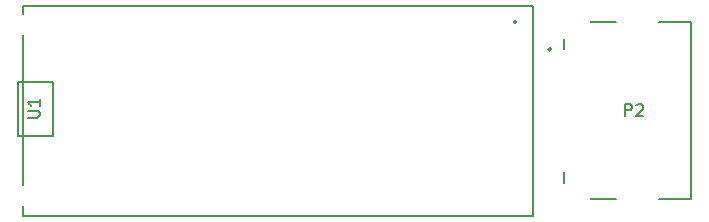
<source format=gbr>
G04 #@! TF.GenerationSoftware,KiCad,Pcbnew,(5.1.10-1-10_14)*
G04 #@! TF.CreationDate,2021-11-29T00:28:59-05:00*
G04 #@! TF.ProjectId,SNAC Sniffer LONG,534e4143-2053-46e6-9966-666572204c4f,1*
G04 #@! TF.SameCoordinates,Original*
G04 #@! TF.FileFunction,Legend,Top*
G04 #@! TF.FilePolarity,Positive*
%FSLAX46Y46*%
G04 Gerber Fmt 4.6, Leading zero omitted, Abs format (unit mm)*
G04 Created by KiCad (PCBNEW (5.1.10-1-10_14)) date 2021-11-29 00:28:59*
%MOMM*%
%LPD*%
G01*
G04 APERTURE LIST*
%ADD10C,0.127000*%
%ADD11C,0.200000*%
%ADD12C,0.150000*%
%ADD13C,1.601600*%
%ADD14C,1.609600*%
G04 APERTURE END LIST*
D10*
X110950000Y-111470000D02*
X110950000Y-106820000D01*
X113910000Y-111470000D02*
X110950000Y-111470000D01*
X113910000Y-106820000D02*
X113910000Y-111470000D01*
X110950000Y-106820000D02*
X113910000Y-106820000D01*
D11*
X156148112Y-104100000D02*
G75*
G03*
X156148112Y-104100000I-158112J0D01*
G01*
D10*
X157190000Y-104100000D02*
X157190000Y-103200000D01*
X157190000Y-115400000D02*
X157190000Y-114500000D01*
X161640000Y-101800000D02*
X159440000Y-101800000D01*
X159440000Y-116800000D02*
X161640000Y-116800000D01*
X168000000Y-116800000D02*
X165240000Y-116800000D01*
X168000000Y-101800000D02*
X165240000Y-101800000D01*
X168000000Y-116800000D02*
X168000000Y-101800000D01*
X154550000Y-100420000D02*
X154550000Y-118200000D01*
X154550000Y-118200000D02*
X111370000Y-118200000D01*
X111370000Y-118200000D02*
X111370000Y-100420000D01*
X111370000Y-100420000D02*
X154550000Y-100420000D01*
D11*
X153160000Y-101770000D02*
G75*
G03*
X153160000Y-101770000I-100000J0D01*
G01*
D12*
X162381753Y-109742473D02*
X162381753Y-108742268D01*
X162762783Y-108742268D01*
X162858041Y-108789897D01*
X162905670Y-108837526D01*
X162953299Y-108932783D01*
X162953299Y-109075670D01*
X162905670Y-109170927D01*
X162858041Y-109218556D01*
X162762783Y-109266185D01*
X162381753Y-109266185D01*
X163334329Y-108837526D02*
X163381958Y-108789897D01*
X163477216Y-108742268D01*
X163715360Y-108742268D01*
X163810617Y-108789897D01*
X163858246Y-108837526D01*
X163905875Y-108932783D01*
X163905875Y-109028041D01*
X163858246Y-109170927D01*
X163286700Y-109742473D01*
X163905875Y-109742473D01*
X111802380Y-109871904D02*
X112611904Y-109871904D01*
X112707142Y-109824285D01*
X112754761Y-109776666D01*
X112802380Y-109681428D01*
X112802380Y-109490952D01*
X112754761Y-109395714D01*
X112707142Y-109348095D01*
X112611904Y-109300476D01*
X111802380Y-109300476D01*
X112802380Y-108300476D02*
X112802380Y-108871904D01*
X112802380Y-108586190D02*
X111802380Y-108586190D01*
X111945238Y-108681428D01*
X112040476Y-108776666D01*
X112088095Y-108871904D01*
%LPC*%
D13*
X122800000Y-112010000D03*
X122800000Y-114550000D03*
X125340000Y-112010000D03*
X125340000Y-114550000D03*
X127880000Y-112010000D03*
X127880000Y-114550000D03*
X130420000Y-112010000D03*
X130420000Y-114550000D03*
X132960000Y-112010000D03*
X132960000Y-114550000D03*
G36*
G01*
X105145400Y-102890800D02*
X102894600Y-102890800D01*
G75*
G02*
X102469200Y-102465400I0J425400D01*
G01*
X102469200Y-101614600D01*
G75*
G02*
X102894600Y-101189200I425400J0D01*
G01*
X105145400Y-101189200D01*
G75*
G02*
X105570800Y-101614600I0J-425400D01*
G01*
X105570800Y-102465400D01*
G75*
G02*
X105145400Y-102890800I-425400J0D01*
G01*
G37*
G36*
G01*
X105145400Y-117390800D02*
X102894600Y-117390800D01*
G75*
G02*
X102469200Y-116965400I0J425400D01*
G01*
X102469200Y-116114600D01*
G75*
G02*
X102894600Y-115689200I425400J0D01*
G01*
X105145400Y-115689200D01*
G75*
G02*
X105570800Y-116114600I0J-425400D01*
G01*
X105570800Y-116965400D01*
G75*
G02*
X105145400Y-117390800I-425400J0D01*
G01*
G37*
G36*
G01*
X111505400Y-117390800D02*
X108454600Y-117390800D01*
G75*
G02*
X108029200Y-116965400I0J425400D01*
G01*
X108029200Y-116114600D01*
G75*
G02*
X108454600Y-115689200I425400J0D01*
G01*
X111505400Y-115689200D01*
G75*
G02*
X111930800Y-116114600I0J-425400D01*
G01*
X111930800Y-116965400D01*
G75*
G02*
X111505400Y-117390800I-425400J0D01*
G01*
G37*
G36*
G01*
X111505400Y-102890800D02*
X108454600Y-102890800D01*
G75*
G02*
X108029200Y-102465400I0J425400D01*
G01*
X108029200Y-101614600D01*
G75*
G02*
X108454600Y-101189200I425400J0D01*
G01*
X111505400Y-101189200D01*
G75*
G02*
X111930800Y-101614600I0J-425400D01*
G01*
X111930800Y-102465400D01*
G75*
G02*
X111505400Y-102890800I-425400J0D01*
G01*
G37*
G36*
G01*
X164535400Y-102900800D02*
X162284600Y-102900800D01*
G75*
G02*
X161859200Y-102475400I0J425400D01*
G01*
X161859200Y-101624600D01*
G75*
G02*
X162284600Y-101199200I425400J0D01*
G01*
X164535400Y-101199200D01*
G75*
G02*
X164960800Y-101624600I0J-425400D01*
G01*
X164960800Y-102475400D01*
G75*
G02*
X164535400Y-102900800I-425400J0D01*
G01*
G37*
G36*
G01*
X164535400Y-117400800D02*
X162284600Y-117400800D01*
G75*
G02*
X161859200Y-116975400I0J425400D01*
G01*
X161859200Y-116124600D01*
G75*
G02*
X162284600Y-115699200I425400J0D01*
G01*
X164535400Y-115699200D01*
G75*
G02*
X164960800Y-116124600I0J-425400D01*
G01*
X164960800Y-116975400D01*
G75*
G02*
X164535400Y-117400800I-425400J0D01*
G01*
G37*
G36*
G01*
X158975400Y-117400800D02*
X155924600Y-117400800D01*
G75*
G02*
X155499200Y-116975400I0J425400D01*
G01*
X155499200Y-116124600D01*
G75*
G02*
X155924600Y-115699200I425400J0D01*
G01*
X158975400Y-115699200D01*
G75*
G02*
X159400800Y-116124600I0J-425400D01*
G01*
X159400800Y-116975400D01*
G75*
G02*
X158975400Y-117400800I-425400J0D01*
G01*
G37*
G36*
G01*
X158975400Y-102900800D02*
X155924600Y-102900800D01*
G75*
G02*
X155499200Y-102475400I0J425400D01*
G01*
X155499200Y-101624600D01*
G75*
G02*
X155924600Y-101199200I425400J0D01*
G01*
X158975400Y-101199200D01*
G75*
G02*
X159400800Y-101624600I0J-425400D01*
G01*
X159400800Y-102475400D01*
G75*
G02*
X158975400Y-102900800I-425400J0D01*
G01*
G37*
G36*
G01*
X157990000Y-114000800D02*
X155390000Y-114000800D01*
G75*
G02*
X155339200Y-113950000I0J50800D01*
G01*
X155339200Y-113650000D01*
G75*
G02*
X155390000Y-113599200I50800J0D01*
G01*
X157990000Y-113599200D01*
G75*
G02*
X158040800Y-113650000I0J-50800D01*
G01*
X158040800Y-113950000D01*
G75*
G02*
X157990000Y-114000800I-50800J0D01*
G01*
G37*
G36*
G01*
X157990000Y-113500800D02*
X155390000Y-113500800D01*
G75*
G02*
X155339200Y-113450000I0J50800D01*
G01*
X155339200Y-113150000D01*
G75*
G02*
X155390000Y-113099200I50800J0D01*
G01*
X157990000Y-113099200D01*
G75*
G02*
X158040800Y-113150000I0J-50800D01*
G01*
X158040800Y-113450000D01*
G75*
G02*
X157990000Y-113500800I-50800J0D01*
G01*
G37*
G36*
G01*
X157990000Y-113000800D02*
X155390000Y-113000800D01*
G75*
G02*
X155339200Y-112950000I0J50800D01*
G01*
X155339200Y-112650000D01*
G75*
G02*
X155390000Y-112599200I50800J0D01*
G01*
X157990000Y-112599200D01*
G75*
G02*
X158040800Y-112650000I0J-50800D01*
G01*
X158040800Y-112950000D01*
G75*
G02*
X157990000Y-113000800I-50800J0D01*
G01*
G37*
G36*
G01*
X157990000Y-112500800D02*
X155390000Y-112500800D01*
G75*
G02*
X155339200Y-112450000I0J50800D01*
G01*
X155339200Y-112150000D01*
G75*
G02*
X155390000Y-112099200I50800J0D01*
G01*
X157990000Y-112099200D01*
G75*
G02*
X158040800Y-112150000I0J-50800D01*
G01*
X158040800Y-112450000D01*
G75*
G02*
X157990000Y-112500800I-50800J0D01*
G01*
G37*
G36*
G01*
X157990000Y-112000800D02*
X155390000Y-112000800D01*
G75*
G02*
X155339200Y-111950000I0J50800D01*
G01*
X155339200Y-111650000D01*
G75*
G02*
X155390000Y-111599200I50800J0D01*
G01*
X157990000Y-111599200D01*
G75*
G02*
X158040800Y-111650000I0J-50800D01*
G01*
X158040800Y-111950000D01*
G75*
G02*
X157990000Y-112000800I-50800J0D01*
G01*
G37*
G36*
G01*
X157990000Y-111500800D02*
X155390000Y-111500800D01*
G75*
G02*
X155339200Y-111450000I0J50800D01*
G01*
X155339200Y-111150000D01*
G75*
G02*
X155390000Y-111099200I50800J0D01*
G01*
X157990000Y-111099200D01*
G75*
G02*
X158040800Y-111150000I0J-50800D01*
G01*
X158040800Y-111450000D01*
G75*
G02*
X157990000Y-111500800I-50800J0D01*
G01*
G37*
G36*
G01*
X157990000Y-111000800D02*
X155390000Y-111000800D01*
G75*
G02*
X155339200Y-110950000I0J50800D01*
G01*
X155339200Y-110650000D01*
G75*
G02*
X155390000Y-110599200I50800J0D01*
G01*
X157990000Y-110599200D01*
G75*
G02*
X158040800Y-110650000I0J-50800D01*
G01*
X158040800Y-110950000D01*
G75*
G02*
X157990000Y-111000800I-50800J0D01*
G01*
G37*
G36*
G01*
X157990000Y-110500800D02*
X155390000Y-110500800D01*
G75*
G02*
X155339200Y-110450000I0J50800D01*
G01*
X155339200Y-110150000D01*
G75*
G02*
X155390000Y-110099200I50800J0D01*
G01*
X157990000Y-110099200D01*
G75*
G02*
X158040800Y-110150000I0J-50800D01*
G01*
X158040800Y-110450000D01*
G75*
G02*
X157990000Y-110500800I-50800J0D01*
G01*
G37*
G36*
G01*
X157990000Y-110000800D02*
X155390000Y-110000800D01*
G75*
G02*
X155339200Y-109950000I0J50800D01*
G01*
X155339200Y-109650000D01*
G75*
G02*
X155390000Y-109599200I50800J0D01*
G01*
X157990000Y-109599200D01*
G75*
G02*
X158040800Y-109650000I0J-50800D01*
G01*
X158040800Y-109950000D01*
G75*
G02*
X157990000Y-110000800I-50800J0D01*
G01*
G37*
G36*
G01*
X157990000Y-109500800D02*
X155390000Y-109500800D01*
G75*
G02*
X155339200Y-109450000I0J50800D01*
G01*
X155339200Y-109150000D01*
G75*
G02*
X155390000Y-109099200I50800J0D01*
G01*
X157990000Y-109099200D01*
G75*
G02*
X158040800Y-109150000I0J-50800D01*
G01*
X158040800Y-109450000D01*
G75*
G02*
X157990000Y-109500800I-50800J0D01*
G01*
G37*
G36*
G01*
X157990000Y-109000800D02*
X155390000Y-109000800D01*
G75*
G02*
X155339200Y-108950000I0J50800D01*
G01*
X155339200Y-108650000D01*
G75*
G02*
X155390000Y-108599200I50800J0D01*
G01*
X157990000Y-108599200D01*
G75*
G02*
X158040800Y-108650000I0J-50800D01*
G01*
X158040800Y-108950000D01*
G75*
G02*
X157990000Y-109000800I-50800J0D01*
G01*
G37*
G36*
G01*
X157990000Y-108500800D02*
X155390000Y-108500800D01*
G75*
G02*
X155339200Y-108450000I0J50800D01*
G01*
X155339200Y-108150000D01*
G75*
G02*
X155390000Y-108099200I50800J0D01*
G01*
X157990000Y-108099200D01*
G75*
G02*
X158040800Y-108150000I0J-50800D01*
G01*
X158040800Y-108450000D01*
G75*
G02*
X157990000Y-108500800I-50800J0D01*
G01*
G37*
G36*
G01*
X157990000Y-108000800D02*
X155390000Y-108000800D01*
G75*
G02*
X155339200Y-107950000I0J50800D01*
G01*
X155339200Y-107650000D01*
G75*
G02*
X155390000Y-107599200I50800J0D01*
G01*
X157990000Y-107599200D01*
G75*
G02*
X158040800Y-107650000I0J-50800D01*
G01*
X158040800Y-107950000D01*
G75*
G02*
X157990000Y-108000800I-50800J0D01*
G01*
G37*
G36*
G01*
X157990000Y-107500800D02*
X155390000Y-107500800D01*
G75*
G02*
X155339200Y-107450000I0J50800D01*
G01*
X155339200Y-107150000D01*
G75*
G02*
X155390000Y-107099200I50800J0D01*
G01*
X157990000Y-107099200D01*
G75*
G02*
X158040800Y-107150000I0J-50800D01*
G01*
X158040800Y-107450000D01*
G75*
G02*
X157990000Y-107500800I-50800J0D01*
G01*
G37*
G36*
G01*
X157990000Y-107000800D02*
X155390000Y-107000800D01*
G75*
G02*
X155339200Y-106950000I0J50800D01*
G01*
X155339200Y-106650000D01*
G75*
G02*
X155390000Y-106599200I50800J0D01*
G01*
X157990000Y-106599200D01*
G75*
G02*
X158040800Y-106650000I0J-50800D01*
G01*
X158040800Y-106950000D01*
G75*
G02*
X157990000Y-107000800I-50800J0D01*
G01*
G37*
G36*
G01*
X157990000Y-106500800D02*
X155390000Y-106500800D01*
G75*
G02*
X155339200Y-106450000I0J50800D01*
G01*
X155339200Y-106150000D01*
G75*
G02*
X155390000Y-106099200I50800J0D01*
G01*
X157990000Y-106099200D01*
G75*
G02*
X158040800Y-106150000I0J-50800D01*
G01*
X158040800Y-106450000D01*
G75*
G02*
X157990000Y-106500800I-50800J0D01*
G01*
G37*
G36*
G01*
X157990000Y-106000800D02*
X155390000Y-106000800D01*
G75*
G02*
X155339200Y-105950000I0J50800D01*
G01*
X155339200Y-105650000D01*
G75*
G02*
X155390000Y-105599200I50800J0D01*
G01*
X157990000Y-105599200D01*
G75*
G02*
X158040800Y-105650000I0J-50800D01*
G01*
X158040800Y-105950000D01*
G75*
G02*
X157990000Y-106000800I-50800J0D01*
G01*
G37*
G36*
G01*
X157990000Y-105500800D02*
X155390000Y-105500800D01*
G75*
G02*
X155339200Y-105450000I0J50800D01*
G01*
X155339200Y-105150000D01*
G75*
G02*
X155390000Y-105099200I50800J0D01*
G01*
X157990000Y-105099200D01*
G75*
G02*
X158040800Y-105150000I0J-50800D01*
G01*
X158040800Y-105450000D01*
G75*
G02*
X157990000Y-105500800I-50800J0D01*
G01*
G37*
G36*
G01*
X157990000Y-105000800D02*
X155390000Y-105000800D01*
G75*
G02*
X155339200Y-104950000I0J50800D01*
G01*
X155339200Y-104650000D01*
G75*
G02*
X155390000Y-104599200I50800J0D01*
G01*
X157990000Y-104599200D01*
G75*
G02*
X158040800Y-104650000I0J-50800D01*
G01*
X158040800Y-104950000D01*
G75*
G02*
X157990000Y-105000800I-50800J0D01*
G01*
G37*
G36*
G01*
X149986000Y-100885200D02*
X151494000Y-100885200D01*
G75*
G02*
X151544800Y-100936000I0J-50800D01*
G01*
X151544800Y-102444000D01*
G75*
G02*
X151494000Y-102494800I-50800J0D01*
G01*
X149986000Y-102494800D01*
G75*
G02*
X149935200Y-102444000I0J50800D01*
G01*
X149935200Y-100936000D01*
G75*
G02*
X149986000Y-100885200I50800J0D01*
G01*
G37*
D14*
X148200000Y-101690000D03*
X145660000Y-101690000D03*
X143120000Y-101690000D03*
X140580000Y-101690000D03*
X138040000Y-101690000D03*
X135500000Y-101690000D03*
X132960000Y-101690000D03*
X130420000Y-101690000D03*
X127880000Y-101690000D03*
X125340000Y-101690000D03*
X122800000Y-101690000D03*
X120260000Y-101690000D03*
X117720000Y-101690000D03*
X115180000Y-101690000D03*
X115180000Y-116930000D03*
X117720000Y-116930000D03*
X120260000Y-116930000D03*
X122800000Y-116930000D03*
X125340000Y-116930000D03*
X127880000Y-116930000D03*
X130420000Y-116930000D03*
X132960000Y-116930000D03*
X135500000Y-116930000D03*
X138040000Y-116930000D03*
X140580000Y-116930000D03*
X143120000Y-116930000D03*
X145660000Y-116930000D03*
X148200000Y-116930000D03*
X150740000Y-116930000D03*
D13*
X135500000Y-112010000D03*
X135500000Y-114550000D03*
X138030000Y-112010000D03*
X138030000Y-114550000D03*
X140580000Y-112010000D03*
X140580000Y-114550000D03*
M02*

</source>
